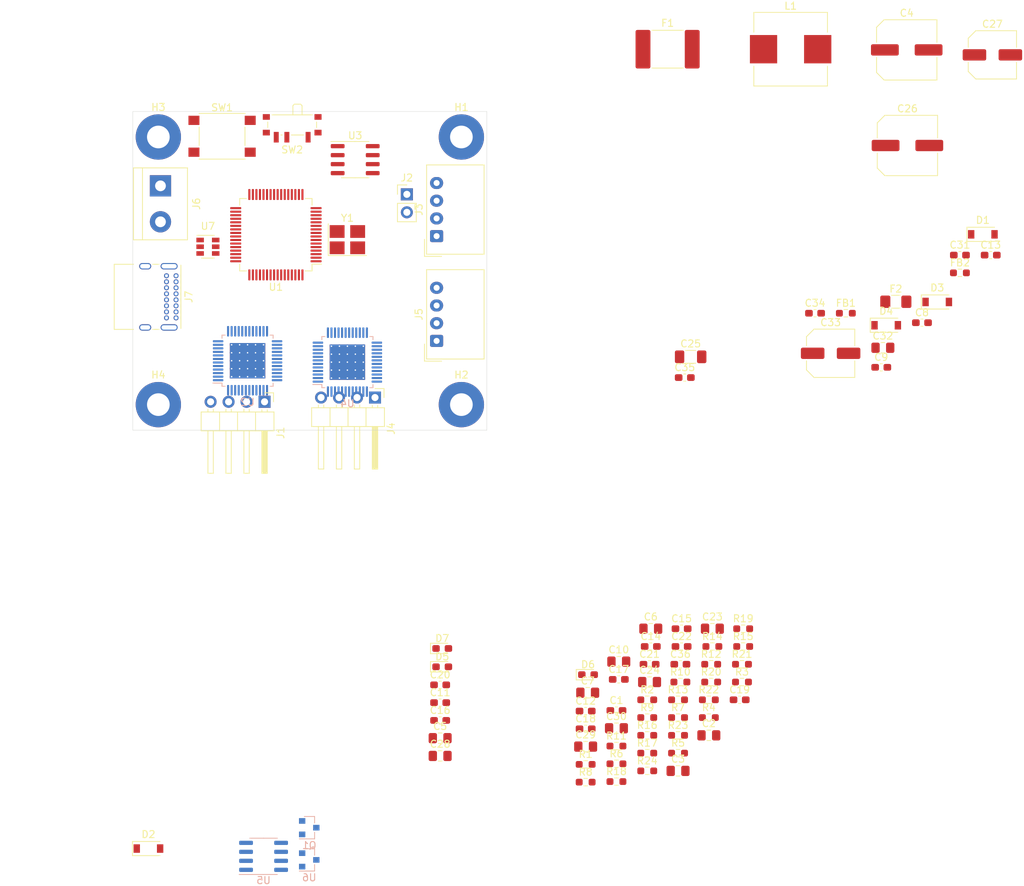
<source format=kicad_pcb>
(kicad_pcb (version 20171130) (host pcbnew 5.1.8)
  (layers (0 F.Cu signal) (1 In1.Cu power) (2 In2.Cu power) (31 B.Cu signal) (34 B.Paste user) (35 F.Paste user) (36 B.SilkS user) (37 F.SilkS user) (38 B.Mask user) (39 F.Mask user) (44 Edge.Cuts user))
  (net 0 "")
  (net 1 GND)
  (net 2 "Net-(D2-Pad1)")
  (net 3 +3V3)
  (net 4 "Net-(C1-Pad1)")
  (net 5 VCP1)
  (net 6 VS1)
  (net 7 VSA1)
  (net 8 5VOUT1)
  (net 9 5VM1)
  (net 10 NRST)
  (net 11 OSC_IN)
  (net 12 VDDA)
  (net 13 "Net-(C17-Pad1)")
  (net 14 +5V)
  (net 15 VCP2)
  (net 16 VSA2)
  (net 17 5VOUT2)
  (net 18 VBAT)
  (net 19 "Net-(D5-Pad2)")
  (net 20 "Net-(D6-Pad2)")
  (net 21 "Net-(D7-Pad2)")
  (net 22 USB_CONN_D+)
  (net 23 "Net-(F2-Pad2)")
  (net 24 "Net-(J7-PadB5)")
  (net 25 USB_CONN_D-)
  (net 26 "Net-(J7-PadA5)")
  (net 27 "Net-(D1-Pad2)")
  (net 28 ERR1)
  (net 29 "Net-(R3-Pad2)")
  (net 30 BOOT)
  (net 31 "Net-(R5-Pad2)")
  (net 32 OSC_OUT)
  (net 33 "Net-(R7-Pad2)")
  (net 34 "Net-(R10-Pad2)")
  (net 35 "Net-(J3-Pad3)")
  (net 36 "Net-(J3-Pad2)")
  (net 37 ERR2)
  (net 38 5VM2)
  (net 39 "Net-(R16-Pad2)")
  (net 40 "Net-(R17-Pad2)")
  (net 41 USB_D+)
  (net 42 USB_D-)
  (net 43 "Net-(C9-Pad2)")
  (net 44 "Net-(C9-Pad1)")
  (net 45 "Net-(C25-Pad1)")
  (net 46 "Net-(C31-Pad2)")
  (net 47 "Net-(C31-Pad1)")
  (net 48 "Net-(C33-Pad1)")
  (net 49 "Net-(D1-Pad1)")
  (net 50 +5VD)
  (net 51 "Net-(F1-Pad1)")
  (net 52 "Net-(J1-Pad4)")
  (net 53 "Net-(J1-Pad3)")
  (net 54 "Net-(J1-Pad2)")
  (net 55 "Net-(J1-Pad1)")
  (net 56 "Net-(J2-Pad2)")
  (net 57 "Net-(J2-Pad1)")
  (net 58 "Net-(J4-Pad4)")
  (net 59 "Net-(J4-Pad3)")
  (net 60 "Net-(J4-Pad2)")
  (net 61 "Net-(J4-Pad1)")
  (net 62 "Net-(R4-Pad1)")
  (module Crystal:Crystal_SMD_3225-4Pin_3.2x2.5mm_HandSoldering (layer F.Cu) (at 150.3 68.1)
    (fp_text reference Y1 (at 0 -3.05) (layer F.SilkS))
    (fp_text value "25 MHz")
    (pad 4 smd rect (at -1.45 -1.15) (size 2.1 1.8) (layers F.Cu F.Paste F.Mask) (net 1 GND))
    (pad 3 smd rect (at 1.45 -1.15) (size 2.1 1.8) (layers F.Cu F.Paste F.Mask) (net 13 "Net-(C17-Pad1)"))
    (pad 2 smd rect (at 1.45 1.15) (size 2.1 1.8) (layers F.Cu F.Paste F.Mask) (net 1 GND))
    (pad 1 smd rect (at -1.45 1.15) (size 2.1 1.8) (layers F.Cu F.Paste F.Mask) (net 11 OSC_IN))
  )
  (module Button_Switch_SMD:SW_SPDT_PCM12 (layer F.Cu) (at 142.5 52.2 180)
    (fp_text reference SW2 (at 0 -3.2) (layer F.SilkS))
    (fp_text value BOOT_SW)
    (pad "" smd rect (at -3.65 -0.78 180) (size 1 0.8) (layers F.Cu F.Paste F.Mask))
    (pad "" smd rect (at 3.65 -0.78 180) (size 1 0.8) (layers F.Cu F.Paste F.Mask))
    (pad "" smd rect (at 3.65 1.43 180) (size 1 0.8) (layers F.Cu F.Paste F.Mask))
    (pad "" smd rect (at -3.65 1.43 180) (size 1 0.8) (layers F.Cu F.Paste F.Mask))
    (pad 3 smd rect (at 2.25 -1.43 180) (size 0.7 1.5) (layers F.Cu F.Paste F.Mask) (net 1 GND))
    (pad 2 smd rect (at 0.75 -1.43 180) (size 0.7 1.5) (layers F.Cu F.Paste F.Mask) (net 62 "Net-(R4-Pad1)"))
    (pad 1 smd rect (at -2.25 -1.43 180) (size 0.7 1.5) (layers F.Cu F.Paste F.Mask) (net 3 +3V3))
    (pad "" np_thru_hole circle (at 1.5 0.33 180) (size 0.9 0.9) (drill 0.9) (layers *.Cu *.Mask))
    (pad "" np_thru_hole circle (at -1.5 0.33 180) (size 0.9 0.9) (drill 0.9) (layers *.Cu *.Mask))
  )
  (module Button_Switch_SMD:SW_Push_1P1T_NO_6x6mm_H9.5mm (layer F.Cu) (at 132.6 53.5)
    (fp_text reference SW1 (at 0 -4.05) (layer F.SilkS))
    (fp_text value RST_SW)
    (pad 2 smd rect (at 3.975 2.25) (size 1.55 1.3) (layers F.Cu F.Paste F.Mask) (net 1 GND))
    (pad 1 smd rect (at 3.975 -2.25) (size 1.55 1.3) (layers F.Cu F.Paste F.Mask) (net 10 NRST))
    (pad 1 smd rect (at -3.975 -2.25) (size 1.55 1.3) (layers F.Cu F.Paste F.Mask) (net 10 NRST))
    (pad 2 smd rect (at -3.975 2.25) (size 1.55 1.3) (layers F.Cu F.Paste F.Mask) (net 1 GND))
  )
  (module Inductor_SMD:L_Wuerth_HCI-1050 (layer F.Cu) (at 212.9 41.2)
    (fp_text reference L1 (at 0 -6.1) (layer F.SilkS))
    (fp_text value 100uH)
    (pad 2 smd rect (at 3.825 0) (size 3.85 4) (layers F.Cu F.Paste F.Mask) (net 48 "Net-(C33-Pad1)"))
    (pad 1 smd rect (at -3.825 0) (size 3.85 4) (layers F.Cu F.Paste F.Mask) (net 2 "Net-(D2-Pad1)"))
  )
  (module Connector_PinHeader_2.54mm:PinHeader_1x04_P2.54mm_Horizontal (layer F.Cu) (at 154.2 90.4 270)
    (fp_text reference J4 (at 4.385 -2.27 90) (layer F.SilkS))
    (fp_text value Motor2)
    (pad 4 thru_hole oval (at 0 7.62 270) (size 1.7 1.7) (drill 1) (layers *.Cu *.Mask) (net 58 "Net-(J4-Pad4)"))
    (pad 3 thru_hole oval (at 0 5.08 270) (size 1.7 1.7) (drill 1) (layers *.Cu *.Mask) (net 59 "Net-(J4-Pad3)"))
    (pad 2 thru_hole oval (at 0 2.54 270) (size 1.7 1.7) (drill 1) (layers *.Cu *.Mask) (net 60 "Net-(J4-Pad2)"))
    (pad 1 thru_hole rect (at 0 0 270) (size 1.7 1.7) (drill 1) (layers *.Cu *.Mask) (net 61 "Net-(J4-Pad1)"))
  )
  (module Connector_PinHeader_2.54mm:PinHeader_1x02_P2.54mm_Vertical (layer F.Cu) (at 158.7 61.7)
    (fp_text reference J2 (at 0 -2.33) (layer F.SilkS))
    (fp_text value Termination)
    (pad 2 thru_hole oval (at 0 2.54) (size 1.7 1.7) (drill 1) (layers *.Cu *.Mask) (net 56 "Net-(J2-Pad2)"))
    (pad 1 thru_hole rect (at 0 0) (size 1.7 1.7) (drill 1) (layers *.Cu *.Mask) (net 57 "Net-(J2-Pad1)"))
  )
  (module Connector_PinHeader_2.54mm:PinHeader_1x04_P2.54mm_Horizontal (layer F.Cu) (at 138.6 91 270)
    (fp_text reference J1 (at 4.385 -2.27 90) (layer F.SilkS))
    (fp_text value Motor1)
    (pad 4 thru_hole oval (at 0 7.62 270) (size 1.7 1.7) (drill 1) (layers *.Cu *.Mask) (net 52 "Net-(J1-Pad4)"))
    (pad 3 thru_hole oval (at 0 5.08 270) (size 1.7 1.7) (drill 1) (layers *.Cu *.Mask) (net 53 "Net-(J1-Pad3)"))
    (pad 2 thru_hole oval (at 0 2.54 270) (size 1.7 1.7) (drill 1) (layers *.Cu *.Mask) (net 54 "Net-(J1-Pad2)"))
    (pad 1 thru_hole rect (at 0 0 270) (size 1.7 1.7) (drill 1) (layers *.Cu *.Mask) (net 55 "Net-(J1-Pad1)"))
  )
  (module Resistor_SMD:R_0603_1608Metric_Pad0.98x0.95mm_HandSolder (layer F.Cu) (at 236.81 72.79)
    (fp_text reference FB2 (at 0 -1.43) (layer F.SilkS))
    (fp_text value "1k @ 100 MHz")
    (pad 2 smd roundrect (at 0.9125 0) (size 0.975 0.95) (layers F.Cu F.Paste F.Mask) (net 51 "Net-(F1-Pad1)"))
    (pad 1 smd roundrect (at -0.9125 0) (size 0.975 0.95) (layers F.Cu F.Paste F.Mask) (net 45 "Net-(C25-Pad1)"))
  )
  (module Resistor_SMD:R_0603_1608Metric_Pad0.98x0.95mm_HandSolder (layer F.Cu) (at 220.7 78.49)
    (fp_text reference FB1 (at 0 -1.43) (layer F.SilkS))
    (fp_text value "1k @ 100 MHz")
    (pad 2 smd roundrect (at 0.9125 0) (size 0.975 0.95) (layers F.Cu F.Paste F.Mask) (net 3 +3V3))
    (pad 1 smd roundrect (at -0.9125 0) (size 0.975 0.95) (layers F.Cu F.Paste F.Mask) (net 12 VDDA))
  )
  (module Fuse:Fuse_1206_3216Metric_Pad1.42x1.75mm_HandSolder (layer F.Cu) (at 227.76 76.87)
    (fp_text reference F2 (at 0 -1.82) (layer F.SilkS))
    (fp_text value 500mA)
    (pad 2 smd roundrect (at 1.4875 0) (size 1.425 1.75) (layers F.Cu F.Paste F.Mask) (roundrect_rratio 0.175439) (net 23 "Net-(F2-Pad2)"))
    (pad 1 smd roundrect (at -1.4875 0) (size 1.425 1.75) (layers F.Cu F.Paste F.Mask) (roundrect_rratio 0.175439) (net 50 +5VD))
  )
  (module Fuse:Fuse_2920_7451Metric_Pad2.10x5.45mm_HandSolder (layer F.Cu) (at 195.525 41.2)
    (fp_text reference F1 (at 0 -3.68) (layer F.SilkS))
    (fp_text value 500mA)
    (pad 2 smd roundrect (at 3.475 0) (size 2.1 5.45) (layers F.Cu F.Paste F.Mask) (roundrect_rratio 0.119048) (net 49 "Net-(D1-Pad1)"))
    (pad 1 smd roundrect (at -3.475 0) (size 2.1 5.45) (layers F.Cu F.Paste F.Mask) (roundrect_rratio 0.119048) (net 51 "Net-(F1-Pad1)"))
  )
  (module Diode_SMD:D_SOD-123 (layer F.Cu) (at 226.4 80.19)
    (fp_text reference D4 (at 0 -2) (layer F.SilkS))
    (fp_text value D_Small)
    (pad 2 smd rect (at 1.65 0) (size 0.9 1.2) (layers F.Cu F.Paste F.Mask) (net 50 +5VD))
    (pad 1 smd rect (at -1.65 0) (size 0.9 1.2) (layers F.Cu F.Paste F.Mask) (net 14 +5V))
  )
  (module Diode_SMD:D_SOD-123 (layer F.Cu) (at 233.61 76.9)
    (fp_text reference D3 (at 0 -2) (layer F.SilkS))
    (fp_text value D_Small)
    (pad 2 smd rect (at 1.65 0) (size 0.9 1.2) (layers F.Cu F.Paste F.Mask) (net 48 "Net-(C33-Pad1)"))
    (pad 1 smd rect (at -1.65 0) (size 0.9 1.2) (layers F.Cu F.Paste F.Mask) (net 14 +5V))
  )
  (module Diode_SMD:D_SOD-123 (layer F.Cu) (at 122.2 154.1)
    (fp_text reference D2 (at 0 -2) (layer F.SilkS))
    (fp_text value B0520LW)
    (pad 2 smd rect (at 1.65 0) (size 0.9 1.2) (layers F.Cu F.Paste F.Mask) (net 1 GND))
    (pad 1 smd rect (at -1.65 0) (size 0.9 1.2) (layers F.Cu F.Paste F.Mask) (net 2 "Net-(D2-Pad1)"))
  )
  (module Diode_SMD:D_SOD-123 (layer F.Cu) (at 240.05 67.35)
    (fp_text reference D1 (at 0 -2) (layer F.SilkS))
    (fp_text value 4V7)
    (pad 2 smd rect (at 1.65 0) (size 0.9 1.2) (layers F.Cu F.Paste F.Mask) (net 27 "Net-(D1-Pad2)"))
    (pad 1 smd rect (at -1.65 0) (size 0.9 1.2) (layers F.Cu F.Paste F.Mask) (net 49 "Net-(D1-Pad1)"))
  )
  (module Capacitor_SMD:C_0603_1608Metric_Pad1.08x0.95mm_HandSolder (layer F.Cu) (at 197.95 87.58)
    (fp_text reference C35 (at 0 -1.43) (layer F.SilkS))
    (fp_text value 1u)
    (pad 2 smd roundrect (at 0.8625 0) (size 1.075 0.95) (layers F.Cu F.Paste F.Mask) (net 1 GND))
    (pad 1 smd roundrect (at -0.8625 0) (size 1.075 0.95) (layers F.Cu F.Paste F.Mask) (net 3 +3V3))
  )
  (module Capacitor_SMD:C_0603_1608Metric_Pad1.08x0.95mm_HandSolder (layer F.Cu) (at 216.35 78.49)
    (fp_text reference C34 (at 0 -1.43) (layer F.SilkS))
    (fp_text value 1u)
    (pad 2 smd roundrect (at 0.8625 0) (size 1.075 0.95) (layers F.Cu F.Paste F.Mask) (net 1 GND))
    (pad 1 smd roundrect (at -0.8625 0) (size 1.075 0.95) (layers F.Cu F.Paste F.Mask) (net 14 +5V))
  )
  (module Capacitor_SMD:C_Elec_6.3x5.8 (layer F.Cu) (at 218.55 84.15)
    (fp_text reference C33 (at 0 -4.35) (layer F.SilkS))
    (fp_text value 100u)
    (pad 2 smd roundrect (at 2.5375 0) (size 3.325 1.6) (layers F.Cu F.Paste F.Mask) (roundrect_rratio 0.15625) (net 1 GND))
    (pad 1 smd roundrect (at -2.5375 0) (size 3.325 1.6) (layers F.Cu F.Paste F.Mask) (roundrect_rratio 0.15625) (net 48 "Net-(C33-Pad1)"))
  )
  (module Capacitor_SMD:C_0805_2012Metric_Pad1.18x1.45mm_HandSolder (layer F.Cu) (at 225.93 83.37)
    (fp_text reference C32 (at 0 -1.68) (layer F.SilkS))
    (fp_text value 470n)
    (pad 2 smd roundrect (at 1.0375 0) (size 1.175 1.45) (layers F.Cu F.Paste F.Mask) (roundrect_rratio 0.212766) (net 1 GND))
    (pad 1 smd roundrect (at -1.0375 0) (size 1.175 1.45) (layers F.Cu F.Paste F.Mask) (roundrect_rratio 0.212766) (net 38 5VM2))
  )
  (module Capacitor_SMD:C_0603_1608Metric_Pad1.08x0.95mm_HandSolder (layer F.Cu) (at 236.81 70.28)
    (fp_text reference C31 (at 0 -1.43) (layer F.SilkS))
    (fp_text value 22n@50V)
    (pad 2 smd roundrect (at 0.8625 0) (size 1.075 0.95) (layers F.Cu F.Paste F.Mask) (net 46 "Net-(C31-Pad2)"))
    (pad 1 smd roundrect (at -0.8625 0) (size 1.075 0.95) (layers F.Cu F.Paste F.Mask) (net 47 "Net-(C31-Pad1)"))
  )
  (module Capacitor_SMD:C_0805_2012Metric_Pad1.18x1.45mm_HandSolder (layer F.Cu) (at 188.3 137.11)
    (fp_text reference C30 (at 0 -1.68) (layer F.SilkS))
    (fp_text value 470n)
    (pad 2 smd roundrect (at 1.0375 0) (size 1.175 1.45) (layers F.Cu F.Paste F.Mask) (roundrect_rratio 0.212766) (net 1 GND))
    (pad 1 smd roundrect (at -1.0375 0) (size 1.175 1.45) (layers F.Cu F.Paste F.Mask) (roundrect_rratio 0.212766) (net 17 5VOUT2))
  )
  (module Capacitor_SMD:C_0805_2012Metric_Pad1.18x1.45mm_HandSolder (layer F.Cu) (at 183.95 139.7)
    (fp_text reference C29 (at 0 -1.68) (layer F.SilkS))
    (fp_text value 100n)
    (pad 2 smd roundrect (at 1.0375 0) (size 1.175 1.45) (layers F.Cu F.Paste F.Mask) (roundrect_rratio 0.212766) (net 1 GND))
    (pad 1 smd roundrect (at -1.0375 0) (size 1.175 1.45) (layers F.Cu F.Paste F.Mask) (roundrect_rratio 0.212766) (net 6 VS1))
  )
  (module Capacitor_SMD:C_0805_2012Metric_Pad1.18x1.45mm_HandSolder (layer F.Cu) (at 163.4 141.02)
    (fp_text reference C28 (at 0 -1.68) (layer F.SilkS))
    (fp_text value 100n)
    (pad 2 smd roundrect (at 1.0375 0) (size 1.175 1.45) (layers F.Cu F.Paste F.Mask) (roundrect_rratio 0.212766) (net 1 GND))
    (pad 1 smd roundrect (at -1.0375 0) (size 1.175 1.45) (layers F.Cu F.Paste F.Mask) (roundrect_rratio 0.212766) (net 6 VS1))
  )
  (module Capacitor_SMD:C_Elec_6.3x7.7 (layer F.Cu) (at 241.4 42)
    (fp_text reference C27 (at 0 -4.35) (layer F.SilkS))
    (fp_text value 68u)
    (pad 2 smd roundrect (at 2.5375 0) (size 3.325 1.6) (layers F.Cu F.Paste F.Mask) (roundrect_rratio 0.15625) (net 1 GND))
    (pad 1 smd roundrect (at -2.5375 0) (size 3.325 1.6) (layers F.Cu F.Paste F.Mask) (roundrect_rratio 0.15625) (net 45 "Net-(C25-Pad1)"))
  )
  (module Capacitor_SMD:C_Elec_8x6.2 (layer F.Cu) (at 229.4 54.8)
    (fp_text reference C26 (at 0 -5.2) (layer F.SilkS))
    (fp_text value 47u)
    (pad 2 smd roundrect (at 3.0875 0) (size 3.925 1.6) (layers F.Cu F.Paste F.Mask) (roundrect_rratio 0.15625) (net 1 GND))
    (pad 1 smd roundrect (at -3.0875 0) (size 3.925 1.6) (layers F.Cu F.Paste F.Mask) (roundrect_rratio 0.15625) (net 6 VS1))
  )
  (module Capacitor_SMD:C_1206_3216Metric_Pad1.33x1.80mm_HandSolder (layer F.Cu) (at 198.78 84.65)
    (fp_text reference C25 (at 0 -1.85) (layer F.SilkS))
    (fp_text value 1u)
    (pad 2 smd roundrect (at 1.5625 0) (size 1.325 1.8) (layers F.Cu F.Paste F.Mask) (roundrect_rratio 0.188679) (net 1 GND))
    (pad 1 smd roundrect (at -1.5625 0) (size 1.325 1.8) (layers F.Cu F.Paste F.Mask) (roundrect_rratio 0.188679) (net 45 "Net-(C25-Pad1)"))
  )
  (module Capacitor_SMD:C_0805_2012Metric_Pad1.18x1.45mm_HandSolder (layer F.Cu) (at 192.98 130.58)
    (fp_text reference C24 (at 0 -1.68) (layer F.SilkS))
    (fp_text value 100n)
    (pad 2 smd roundrect (at 1.0375 0) (size 1.175 1.45) (layers F.Cu F.Paste F.Mask) (roundrect_rratio 0.212766) (net 16 VSA2))
    (pad 1 smd roundrect (at -1.0375 0) (size 1.175 1.45) (layers F.Cu F.Paste F.Mask) (roundrect_rratio 0.212766) (net 6 VS1))
  )
  (module Capacitor_SMD:C_0805_2012Metric_Pad1.18x1.45mm_HandSolder (layer F.Cu) (at 201.85 123.05)
    (fp_text reference C23 (at 0 -1.68) (layer F.SilkS))
    (fp_text value 100n)
    (pad 2 smd roundrect (at 1.0375 0) (size 1.175 1.45) (layers F.Cu F.Paste F.Mask) (roundrect_rratio 0.212766) (net 15 VCP2))
    (pad 1 smd roundrect (at -1.0375 0) (size 1.175 1.45) (layers F.Cu F.Paste F.Mask) (roundrect_rratio 0.212766) (net 6 VS1))
  )
  (module Capacitor_SMD:C_0603_1608Metric_Pad1.08x0.95mm_HandSolder (layer F.Cu) (at 241.16 70.28)
    (fp_text reference C13 (at 0 -1.43) (layer F.SilkS))
    (fp_text value 1u)
    (pad 2 smd roundrect (at 0.8625 0) (size 1.075 0.95) (layers F.Cu F.Paste F.Mask) (net 1 GND))
    (pad 1 smd roundrect (at -0.8625 0) (size 1.075 0.95) (layers F.Cu F.Paste F.Mask) (net 12 VDDA))
  )
  (module Capacitor_SMD:C_0805_2012Metric_Pad1.18x1.45mm_HandSolder (layer F.Cu) (at 188.63 127.7)
    (fp_text reference C10 (at 0 -1.68) (layer F.SilkS))
    (fp_text value 470n)
    (pad 2 smd roundrect (at 1.0375 0) (size 1.175 1.45) (layers F.Cu F.Paste F.Mask) (roundrect_rratio 0.212766) (net 1 GND))
    (pad 1 smd roundrect (at -1.0375 0) (size 1.175 1.45) (layers F.Cu F.Paste F.Mask) (roundrect_rratio 0.212766) (net 9 5VM1))
  )
  (module Capacitor_SMD:C_0603_1608Metric_Pad1.08x0.95mm_HandSolder (layer F.Cu) (at 225.7 86.13)
    (fp_text reference C9 (at 0 -1.43) (layer F.SilkS))
    (fp_text value 22n@50V)
    (pad 2 smd roundrect (at 0.8625 0) (size 1.075 0.95) (layers F.Cu F.Paste F.Mask) (net 43 "Net-(C9-Pad2)"))
    (pad 1 smd roundrect (at -0.8625 0) (size 1.075 0.95) (layers F.Cu F.Paste F.Mask) (net 44 "Net-(C9-Pad1)"))
  )
  (module Capacitor_SMD:C_0603_1608Metric_Pad1.08x0.95mm_HandSolder (layer F.Cu) (at 231.45 79.83)
    (fp_text reference C8 (at 0 -1.43) (layer F.SilkS))
    (fp_text value 4u7)
    (pad 2 smd roundrect (at 0.8625 0) (size 1.075 0.95) (layers F.Cu F.Paste F.Mask) (net 1 GND))
    (pad 1 smd roundrect (at -0.8625 0) (size 1.075 0.95) (layers F.Cu F.Paste F.Mask) (net 3 +3V3))
  )
  (module Capacitor_SMD:C_0805_2012Metric_Pad1.18x1.45mm_HandSolder (layer F.Cu) (at 184.24 132.09)
    (fp_text reference C7 (at 0 -1.68) (layer F.SilkS))
    (fp_text value 470n)
    (pad 2 smd roundrect (at 1.0375 0) (size 1.175 1.45) (layers F.Cu F.Paste F.Mask) (roundrect_rratio 0.212766) (net 1 GND))
    (pad 1 smd roundrect (at -1.0375 0) (size 1.175 1.45) (layers F.Cu F.Paste F.Mask) (roundrect_rratio 0.212766) (net 8 5VOUT1))
  )
  (module Capacitor_SMD:C_0805_2012Metric_Pad1.18x1.45mm_HandSolder (layer F.Cu) (at 193.15 123.05)
    (fp_text reference C6 (at 0 -1.68) (layer F.SilkS))
    (fp_text value 100n)
    (pad 2 smd roundrect (at 1.0375 0) (size 1.175 1.45) (layers F.Cu F.Paste F.Mask) (roundrect_rratio 0.212766) (net 1 GND))
    (pad 1 smd roundrect (at -1.0375 0) (size 1.175 1.45) (layers F.Cu F.Paste F.Mask) (roundrect_rratio 0.212766) (net 6 VS1))
  )
  (module Capacitor_SMD:C_0805_2012Metric_Pad1.18x1.45mm_HandSolder (layer F.Cu) (at 163.4 138.51)
    (fp_text reference C5 (at 0 -1.68) (layer F.SilkS))
    (fp_text value 100n)
    (pad 2 smd roundrect (at 1.0375 0) (size 1.175 1.45) (layers F.Cu F.Paste F.Mask) (roundrect_rratio 0.212766) (net 1 GND))
    (pad 1 smd roundrect (at -1.0375 0) (size 1.175 1.45) (layers F.Cu F.Paste F.Mask) (roundrect_rratio 0.212766) (net 6 VS1))
  )
  (module Capacitor_SMD:C_Elec_8x6.2 (layer F.Cu) (at 229.3 41.3)
    (fp_text reference C4 (at 0 -5.2) (layer F.SilkS))
    (fp_text value 47u)
    (pad 2 smd roundrect (at 3.0875 0) (size 3.925 1.6) (layers F.Cu F.Paste F.Mask) (roundrect_rratio 0.15625) (net 1 GND))
    (pad 1 smd roundrect (at -3.0875 0) (size 3.925 1.6) (layers F.Cu F.Paste F.Mask) (roundrect_rratio 0.15625) (net 6 VS1))
  )
  (module Capacitor_SMD:C_0805_2012Metric_Pad1.18x1.45mm_HandSolder (layer F.Cu) (at 197 143.13)
    (fp_text reference C3 (at 0 -1.68) (layer F.SilkS))
    (fp_text value 100n)
    (pad 2 smd roundrect (at 1.0375 0) (size 1.175 1.45) (layers F.Cu F.Paste F.Mask) (roundrect_rratio 0.212766) (net 7 VSA1))
    (pad 1 smd roundrect (at -1.0375 0) (size 1.175 1.45) (layers F.Cu F.Paste F.Mask) (roundrect_rratio 0.212766) (net 6 VS1))
  )
  (module Capacitor_SMD:C_0805_2012Metric_Pad1.18x1.45mm_HandSolder (layer F.Cu) (at 201.35 138.11)
    (fp_text reference C2 (at 0 -1.68) (layer F.SilkS))
    (fp_text value 100n)
    (pad 2 smd roundrect (at 1.0375 0) (size 1.175 1.45) (layers F.Cu F.Paste F.Mask) (roundrect_rratio 0.212766) (net 5 VCP1))
    (pad 1 smd roundrect (at -1.0375 0) (size 1.175 1.45) (layers F.Cu F.Paste F.Mask) (roundrect_rratio 0.212766) (net 6 VS1))
  )
  (module MountingHole:MountingHole_3.2mm_M3_Pad (layer F.Cu) (at 123.6 91.4)
    (fp_text reference H4 (at 0 -4.2) (layer F.SilkS))
    (fp_text value MountingHole_Pad)
    (pad 1 thru_hole circle (at 0 0) (size 6.4 6.4) (drill 3.2) (layers *.Cu *.Mask) (net 1 GND))
  )
  (module MountingHole:MountingHole_3.2mm_M3_Pad (layer F.Cu) (at 123.6 53.6)
    (fp_text reference H3 (at 0 -4.2) (layer F.SilkS))
    (fp_text value MountingHole_Pad)
    (pad 1 thru_hole circle (at 0 0) (size 6.4 6.4) (drill 3.2) (layers *.Cu *.Mask) (net 1 GND))
  )
  (module MountingHole:MountingHole_3.2mm_M3_Pad (layer F.Cu) (at 166.4 91.4)
    (fp_text reference H2 (at 0 -4.2) (layer F.SilkS))
    (fp_text value MountingHole_Pad)
    (pad 1 thru_hole circle (at 0 0) (size 6.4 6.4) (drill 3.2) (layers *.Cu *.Mask) (net 1 GND))
  )
  (module MountingHole:MountingHole_3.2mm_M3_Pad (layer F.Cu) (at 166.4 53.6)
    (fp_text reference H1 (at 0 -4.2) (layer F.SilkS))
    (fp_text value MountingHole_Pad)
    (pad 1 thru_hole circle (at 0 0) (size 6.4 6.4) (drill 3.2) (layers *.Cu *.Mask) (net 1 GND))
  )
  (module TerminalBlock:TerminalBlock_bornier-2_P5.08mm (layer F.Cu) (at 123.9 60.5 270)
    (fp_text reference J6 (at 2.54 -5.08 90) (layer F.SilkS))
    (fp_text value Power)
    (pad 2 thru_hole circle (at 5.08 0 270) (size 3 3) (drill 1.52) (layers *.Cu *.Mask) (net 6 VS1))
    (pad 1 thru_hole rect (at 0 0 270) (size 3 3) (drill 1.52) (layers *.Cu *.Mask) (net 1 GND))
  )
  (module Connector_Molex:Molex_SPOX_5268-04A_1x04_P2.50mm_Horizontal (layer F.Cu) (at 162.9 82.4 90)
    (fp_text reference J5 (at 3.75 -2.5 90) (layer F.SilkS))
    (fp_text value I2C)
    (pad 4 thru_hole oval (at 7.5 0 90) (size 1.7 1.85) (drill 0.85) (layers *.Cu *.Mask) (net 14 +5V))
    (pad 3 thru_hole oval (at 5 0 90) (size 1.7 1.85) (drill 0.85) (layers *.Cu *.Mask))
    (pad 2 thru_hole oval (at 2.5 0 90) (size 1.7 1.85) (drill 0.85) (layers *.Cu *.Mask))
    (pad 1 thru_hole roundrect (at 0 0 90) (size 1.7 1.85) (drill 0.85) (layers *.Cu *.Mask) (roundrect_rratio 0.147059) (net 1 GND))
  )
  (module Connector_Molex:Molex_SPOX_5268-04A_1x04_P2.50mm_Horizontal (layer F.Cu) (at 162.9 67.6 90)
    (fp_text reference J3 (at 3.75 -2.5 90) (layer F.SilkS))
    (fp_text value "CAN bus")
    (pad 4 thru_hole oval (at 7.5 0 90) (size 1.7 1.85) (drill 0.85) (layers *.Cu *.Mask) (net 14 +5V))
    (pad 3 thru_hole oval (at 5 0 90) (size 1.7 1.85) (drill 0.85) (layers *.Cu *.Mask) (net 35 "Net-(J3-Pad3)"))
    (pad 2 thru_hole oval (at 2.5 0 90) (size 1.7 1.85) (drill 0.85) (layers *.Cu *.Mask) (net 36 "Net-(J3-Pad2)"))
    (pad 1 thru_hole roundrect (at 0 0 90) (size 1.7 1.85) (drill 0.85) (layers *.Cu *.Mask) (roundrect_rratio 0.147059) (net 1 GND))
  )
  (module Package_TO_SOT_SMD:SOT-23-6 (layer F.Cu) (at 130.6 69.1)
    (fp_text reference U7 (at 0 -2.9) (layer F.SilkS))
    (fp_text value USBLC6-2SC6)
    (pad 5 smd rect (at 1.1 0) (size 1.06 0.65) (layers F.Cu F.Paste F.Mask) (net 50 +5VD))
    (pad 6 smd rect (at 1.1 -0.95) (size 1.06 0.65) (layers F.Cu F.Paste F.Mask) (net 42 USB_D-))
    (pad 4 smd rect (at 1.1 0.95) (size 1.06 0.65) (layers F.Cu F.Paste F.Mask) (net 41 USB_D+))
    (pad 3 smd rect (at -1.1 0.95) (size 1.06 0.65) (layers F.Cu F.Paste F.Mask) (net 22 USB_CONN_D+))
    (pad 2 smd rect (at -1.1 0) (size 1.06 0.65) (layers F.Cu F.Paste F.Mask) (net 1 GND))
    (pad 1 smd rect (at -1.1 -0.95) (size 1.06 0.65) (layers F.Cu F.Paste F.Mask) (net 25 USB_CONN_D-))
  )
  (module Package_QFP:TQFP-48-1EP_7x7mm_P0.5mm_EP5x5mm_ThermalVias (layer B.Cu) (at 150.3 85.4)
    (fp_text reference U4 (at 0 5.85) (layer B.SilkS) (effects (justify mirror)))
    (fp_text value TMC2100-TA)
    (pad 49 smd rect (at 0 0) (size 5 5) (layers F.Cu) (net 1 GND))
    (pad 49 thru_hole circle (at 2.25 -2.25) (size 0.5 0.5) (drill 0.2) (layers *.Cu) (net 1 GND))
    (pad 49 thru_hole circle (at 1.125 -2.25) (size 0.5 0.5) (drill 0.2) (layers *.Cu) (net 1 GND))
    (pad 49 thru_hole circle (at 0 -2.25) (size 0.5 0.5) (drill 0.2) (layers *.Cu) (net 1 GND))
    (pad 49 thru_hole circle (at -1.125 -2.25) (size 0.5 0.5) (drill 0.2) (layers *.Cu) (net 1 GND))
    (pad 49 thru_hole circle (at -2.25 -2.25) (size 0.5 0.5) (drill 0.2) (layers *.Cu) (net 1 GND))
    (pad 49 thru_hole circle (at 2.25 -1.125) (size 0.5 0.5) (drill 0.2) (layers *.Cu) (net 1 GND))
    (pad 49 thru_hole circle (at 1.125 -1.125) (size 0.5 0.5) (drill 0.2) (layers *.Cu) (net 1 GND))
    (pad 49 thru_hole circle (at 0 -1.125) (size 0.5 0.5) (drill 0.2) (layers *.Cu) (net 1 GND))
    (pad 49 thru_hole circle (at -1.125 -1.125) (size 0.5 0.5) (drill 0.2) (layers *.Cu) (net 1 GND))
    (pad 49 thru_hole circle (at -2.25 -1.125) (size 0.5 0.5) (drill 0.2) (layers *.Cu) (net 1 GND))
    (pad 49 thru_hole circle (at 2.25 0) (size 0.5 0.5) (drill 0.2) (layers *.Cu) (net 1 GND))
    (pad 49 thru_hole circle (at 1.125 0) (size 0.5 0.5) (drill 0.2) (layers *.Cu) (net 1 GND))
    (pad 49 thru_hole circle (at 0 0) (size 0.5 0.5) (drill 0.2) (layers *.Cu) (net 1 GND))
    (pad 49 thru_hole circle (at -1.125 0) (size 0.5 0.5) (drill 0.2) (layers *.Cu) (net 1 GND))
    (pad 49 thru_hole circle (at -2.25 0) (size 0.5 0.5) (drill 0.2) (layers *.Cu) (net 1 GND))
    (pad 49 thru_hole circle (at 2.25 1.125) (size 0.5 0.5) (drill 0.2) (layers *.Cu) (net 1 GND))
    (pad 49 thru_hole circle (at 1.125 1.125) (size 0.5 0.5) (drill 0.2) (layers *.Cu) (net 1 GND))
    (pad 49 thru_hole circle (at 0 1.125) (size 0.5 0.5) (drill 0.2) (layers *.Cu) (net 1 GND))
    (pad 49 thru_hole circle (at -1.125 1.125) (size 0.5 0.5) (drill 0.2) (layers *.Cu) (net 1 GND))
    (pad 49 thru_hole circle (at -2.25 1.125) (size 0.5 0.5) (drill 0.2) (layers *.Cu) (net 1 GND))
    (pad 49 thru_hole circle (at 2.25 2.25) (size 0.5 0.5) (drill 0.2) (layers *.Cu) (net 1 GND))
    (pad 49 thru_hole circle (at 1.125 2.25) (size 0.5 0.5) (drill 0.2) (layers *.Cu) (net 1 GND))
    (pad 49 thru_hole circle (at 0 2.25) (size 0.5 0.5) (drill 0.2) (layers *.Cu) (net 1 GND))
    (pad 49 thru_hole circle (at -1.125 2.25) (size 0.5 0.5) (drill 0.2) (layers *.Cu) (net 1 GND))
    (pad 49 thru_hole circle (at -2.25 2.25) (size 0.5 0.5) (drill 0.2) (layers *.Cu) (net 1 GND))
    (pad 49 smd rect (at 0 0) (size 5 5) (layers B.Cu B.Mask) (net 1 GND))
    (pad 48 smd roundrect (at -2.75 4.1625) (size 0.3 1.475) (layers B.Cu B.Paste B.Mask) (net 1 GND))
    (pad 47 smd roundrect (at -2.25 4.1625) (size 0.3 1.475) (layers B.Cu B.Paste B.Mask))
    (pad 46 smd roundrect (at -1.75 4.1625) (size 0.3 1.475) (layers B.Cu B.Paste B.Mask) (net 58 "Net-(J4-Pad4)"))
    (pad 45 smd roundrect (at -1.25 4.1625) (size 0.3 1.475) (layers B.Cu B.Paste B.Mask))
    (pad 44 smd roundrect (at -0.75 4.1625) (size 0.3 1.475) (layers B.Cu B.Paste B.Mask) (net 40 "Net-(R17-Pad2)"))
    (pad 43 smd roundrect (at -0.25 4.1625) (size 0.3 1.475) (layers B.Cu B.Paste B.Mask))
    (pad 42 smd roundrect (at 0.25 4.1625) (size 0.3 1.475) (layers B.Cu B.Paste B.Mask) (net 59 "Net-(J4-Pad3)"))
    (pad 41 smd roundrect (at 0.75 4.1625) (size 0.3 1.475) (layers B.Cu B.Paste B.Mask))
    (pad 40 smd roundrect (at 1.25 4.1625) (size 0.3 1.475) (layers B.Cu B.Paste B.Mask) (net 6 VS1))
    (pad 39 smd roundrect (at 1.75 4.1625) (size 0.3 1.475) (layers B.Cu B.Paste B.Mask) (net 16 VSA2))
    (pad 38 smd roundrect (at 2.25 4.1625) (size 0.3 1.475) (layers B.Cu B.Paste B.Mask) (net 15 VCP2))
    (pad 37 smd roundrect (at 2.75 4.1625) (size 0.3 1.475) (layers B.Cu B.Paste B.Mask) (net 47 "Net-(C31-Pad1)"))
    (pad 36 smd roundrect (at 4.1625 2.75) (size 1.475 0.3) (layers B.Cu B.Paste B.Mask) (net 1 GND))
    (pad 35 smd roundrect (at 4.1625 2.25) (size 1.475 0.3) (layers B.Cu B.Paste B.Mask) (net 46 "Net-(C31-Pad2)"))
    (pad 34 smd roundrect (at 4.1625 1.75) (size 1.475 0.3) (layers B.Cu B.Paste B.Mask) (net 38 5VM2))
    (pad 33 smd roundrect (at 4.1625 1.25) (size 1.475 0.3) (layers B.Cu B.Paste B.Mask) (net 17 5VOUT2))
    (pad 32 smd roundrect (at 4.1625 0.75) (size 1.475 0.3) (layers B.Cu B.Paste B.Mask) (net 1 GND))
    (pad 31 smd roundrect (at 4.1625 0.25) (size 1.475 0.3) (layers B.Cu B.Paste B.Mask) (net 1 GND))
    (pad 30 smd roundrect (at 4.1625 -0.25) (size 1.475 0.3) (layers B.Cu B.Paste B.Mask))
    (pad 29 smd roundrect (at 4.1625 -0.75) (size 1.475 0.3) (layers B.Cu B.Paste B.Mask))
    (pad 28 smd roundrect (at 4.1625 -1.25) (size 1.475 0.3) (layers B.Cu B.Paste B.Mask))
    (pad 27 smd roundrect (at 4.1625 -1.75) (size 1.475 0.3) (layers B.Cu B.Paste B.Mask))
    (pad 26 smd roundrect (at 4.1625 -2.25) (size 1.475 0.3) (layers B.Cu B.Paste B.Mask) (net 37 ERR2))
    (pad 25 smd roundrect (at 4.1625 -2.75) (size 1.475 0.3) (layers B.Cu B.Paste B.Mask))
    (pad 24 smd roundrect (at 2.75 -4.1625) (size 0.3 1.475) (layers B.Cu B.Paste B.Mask))
    (pad 23 smd roundrect (at 2.25 -4.1625) (size 0.3 1.475) (layers B.Cu B.Paste B.Mask))
    (pad 22 smd roundrect (at 1.75 -4.1625) (size 0.3 1.475) (layers B.Cu B.Paste B.Mask))
    (pad 21 smd roundrect (at 1.25 -4.1625) (size 0.3 1.475) (layers B.Cu B.Paste B.Mask) (net 6 VS1))
    (pad 20 smd roundrect (at 0.75 -4.1625) (size 0.3 1.475) (layers B.Cu B.Paste B.Mask))
    (pad 19 smd roundrect (at 0.25 -4.1625) (size 0.3 1.475) (layers B.Cu B.Paste B.Mask) (net 60 "Net-(J4-Pad2)"))
    (pad 18 smd roundrect (at -0.25 -4.1625) (size 0.3 1.475) (layers B.Cu B.Paste B.Mask))
    (pad 17 smd roundrect (at -0.75 -4.1625) (size 0.3 1.475) (layers B.Cu B.Paste B.Mask) (net 39 "Net-(R16-Pad2)"))
    (pad 16 smd roundrect (at -1.25 -4.1625) (size 0.3 1.475) (layers B.Cu B.Paste B.Mask))
    (pad 15 smd roundrect (at -1.75 -4.1625) (size 0.3 1.475) (layers B.Cu B.Paste B.Mask) (net 61 "Net-(J4-Pad1)"))
    (pad 14 smd roundrect (at -2.25 -4.1625) (size 0.3 1.475) (layers B.Cu B.Paste B.Mask))
    (pad 13 smd roundrect (at -2.75 -4.1625) (size 0.3 1.475) (layers B.Cu B.Paste B.Mask) (net 1 GND))
    (pad 12 smd roundrect (at -4.1625 -2.75) (size 1.475 0.3) (layers B.Cu B.Paste B.Mask) (net 1 GND))
    (pad 11 smd roundrect (at -4.1625 -2.25) (size 1.475 0.3) (layers B.Cu B.Paste B.Mask))
    (pad 10 smd roundrect (at -4.1625 -1.75) (size 1.475 0.3) (layers B.Cu B.Paste B.Mask) (net 3 +3V3))
    (pad 9 smd roundrect (at -4.1625 -1.25) (size 1.475 0.3) (layers B.Cu B.Paste B.Mask))
    (pad 8 smd roundrect (at -4.1625 -0.75) (size 1.475 0.3) (layers B.Cu B.Paste B.Mask))
    (pad 7 smd roundrect (at -4.1625 -0.25) (size 1.475 0.3) (layers B.Cu B.Paste B.Mask))
    (pad 6 smd roundrect (at -4.1625 0.25) (size 1.475 0.3) (layers B.Cu B.Paste B.Mask) (net 1 GND))
    (pad 5 smd roundrect (at -4.1625 0.75) (size 1.475 0.3) (layers B.Cu B.Paste B.Mask))
    (pad 4 smd roundrect (at -4.1625 1.25) (size 1.475 0.3) (layers B.Cu B.Paste B.Mask))
    (pad 3 smd roundrect (at -4.1625 1.75) (size 1.475 0.3) (layers B.Cu B.Paste B.Mask))
    (pad 2 smd roundrect (at -4.1625 2.25) (size 1.475 0.3) (layers B.Cu B.Paste B.Mask) (net 1 GND))
    (pad 1 smd roundrect (at -4.1625 2.75) (size 1.475 0.3) (layers B.Cu B.Paste B.Mask) (net 1 GND))
  )
  (module Package_SO:SOIC-8_3.9x4.9mm_P1.27mm (layer F.Cu) (at 151.4 56.8)
    (fp_text reference U3 (at 0 -3.4) (layer F.SilkS))
    (fp_text value MCP2562-E-SN)
    (pad 8 smd roundrect (at 2.475 -1.905) (size 1.95 0.6) (layers F.Cu F.Paste F.Mask) (net 34 "Net-(R10-Pad2)"))
    (pad 7 smd roundrect (at 2.475 -0.635) (size 1.95 0.6) (layers F.Cu F.Paste F.Mask) (net 35 "Net-(J3-Pad3)"))
    (pad 6 smd roundrect (at 2.475 0.635) (size 1.95 0.6) (layers F.Cu F.Paste F.Mask) (net 36 "Net-(J3-Pad2)"))
    (pad 5 smd roundrect (at 2.475 1.905) (size 1.95 0.6) (layers F.Cu F.Paste F.Mask) (net 33 "Net-(R7-Pad2)"))
    (pad 4 smd roundrect (at -2.475 1.905) (size 1.95 0.6) (layers F.Cu F.Paste F.Mask))
    (pad 3 smd roundrect (at -2.475 0.635) (size 1.95 0.6) (layers F.Cu F.Paste F.Mask) (net 14 +5V))
    (pad 2 smd roundrect (at -2.475 -0.635) (size 1.95 0.6) (layers F.Cu F.Paste F.Mask) (net 1 GND))
    (pad 1 smd roundrect (at -2.475 -1.905) (size 1.95 0.6) (layers F.Cu F.Paste F.Mask))
  )
  (module Resistor_SMD:R_0603_1608Metric_Pad0.98x0.95mm_HandSolder (layer F.Cu) (at 192.65 143.13)
    (fp_text reference R24 (at 0 -1.43) (layer F.SilkS))
    (fp_text value 1k)
    (pad 2 smd roundrect (at 0.9125 0) (size 0.975 0.95) (layers F.Cu F.Paste F.Mask))
    (pad 1 smd roundrect (at -0.9125 0) (size 0.975 0.95) (layers F.Cu F.Paste F.Mask) (net 21 "Net-(D7-Pad2)"))
  )
  (module Resistor_SMD:R_0603_1608Metric_Pad0.98x0.95mm_HandSolder (layer F.Cu) (at 197 138.11)
    (fp_text reference R23 (at 0 -1.43) (layer F.SilkS))
    (fp_text value 5k1)
    (pad 2 smd roundrect (at 0.9125 0) (size 0.975 0.95) (layers F.Cu F.Paste F.Mask) (net 24 "Net-(J7-PadB5)"))
    (pad 1 smd roundrect (at -0.9125 0) (size 0.975 0.95) (layers F.Cu F.Paste F.Mask) (net 1 GND))
  )
  (module Resistor_SMD:R_0603_1608Metric_Pad0.98x0.95mm_HandSolder (layer F.Cu) (at 201.35 133.09)
    (fp_text reference R22 (at 0 -1.43) (layer F.SilkS))
    (fp_text value 5k1)
    (pad 2 smd roundrect (at 0.9125 0) (size 0.975 0.95) (layers F.Cu F.Paste F.Mask) (net 26 "Net-(J7-PadA5)"))
    (pad 1 smd roundrect (at -0.9125 0) (size 0.975 0.95) (layers F.Cu F.Paste F.Mask) (net 1 GND))
  )
  (module Resistor_SMD:R_0603_1608Metric_Pad0.98x0.95mm_HandSolder (layer F.Cu) (at 206.03 128.07)
    (fp_text reference R21 (at 0 -1.43) (layer F.SilkS))
    (fp_text value 1k)
    (pad 2 smd roundrect (at 0.9125 0) (size 0.975 0.95) (layers F.Cu F.Paste F.Mask))
    (pad 1 smd roundrect (at -0.9125 0) (size 0.975 0.95) (layers F.Cu F.Paste F.Mask) (net 20 "Net-(D6-Pad2)"))
  )
  (module Resistor_SMD:R_0603_1608Metric_Pad0.98x0.95mm_HandSolder (layer F.Cu) (at 201.68 130.58)
    (fp_text reference R20 (at 0 -1.43) (layer F.SilkS))
    (fp_text value 1k)
    (pad 2 smd roundrect (at 0.9125 0) (size 0.975 0.95) (layers F.Cu F.Paste F.Mask) (net 3 +3V3))
    (pad 1 smd roundrect (at -0.9125 0) (size 0.975 0.95) (layers F.Cu F.Paste F.Mask) (net 19 "Net-(D5-Pad2)"))
  )
  (module Resistor_SMD:R_0603_1608Metric_Pad0.98x0.95mm_HandSolder (layer F.Cu) (at 206.2 123.05)
    (fp_text reference R19 (at 0 -1.43) (layer F.SilkS))
    (fp_text value 4k7)
    (pad 2 smd roundrect (at 0.9125 0) (size 0.975 0.95) (layers F.Cu F.Paste F.Mask) (net 18 VBAT))
    (pad 1 smd roundrect (at -0.9125 0) (size 0.975 0.95) (layers F.Cu F.Paste F.Mask) (net 1 GND))
  )
  (module Resistor_SMD:R_0603_1608Metric_Pad0.98x0.95mm_HandSolder (layer F.Cu) (at 188.3 144.64)
    (fp_text reference R18 (at 0 -1.43) (layer F.SilkS))
    (fp_text value 100k)
    (pad 2 smd roundrect (at 0.9125 0) (size 0.975 0.95) (layers F.Cu F.Paste F.Mask) (net 6 VS1))
    (pad 1 smd roundrect (at -0.9125 0) (size 0.975 0.95) (layers F.Cu F.Paste F.Mask) (net 18 VBAT))
  )
  (module Resistor_SMD:R_0603_1608Metric_Pad0.98x0.95mm_HandSolder (layer F.Cu) (at 192.65 140.62)
    (fp_text reference R17 (at 0 -1.43) (layer F.SilkS))
    (fp_text value 1R)
    (pad 2 smd roundrect (at 0.9125 0) (size 0.975 0.95) (layers F.Cu F.Paste F.Mask) (net 40 "Net-(R17-Pad2)"))
    (pad 1 smd roundrect (at -0.9125 0) (size 0.975 0.95) (layers F.Cu F.Paste F.Mask) (net 1 GND))
  )
  (module Resistor_SMD:R_0603_1608Metric_Pad0.98x0.95mm_HandSolder (layer F.Cu) (at 192.65 138.11)
    (fp_text reference R16 (at 0 -1.43) (layer F.SilkS))
    (fp_text value 1R)
    (pad 2 smd roundrect (at 0.9125 0) (size 0.975 0.95) (layers F.Cu F.Paste F.Mask) (net 39 "Net-(R16-Pad2)"))
    (pad 1 smd roundrect (at -0.9125 0) (size 0.975 0.95) (layers F.Cu F.Paste F.Mask) (net 1 GND))
  )
  (module Resistor_SMD:R_0603_1608Metric_Pad0.98x0.95mm_HandSolder (layer F.Cu) (at 206.2 125.56)
    (fp_text reference R15 (at 0 -1.43) (layer F.SilkS))
    (fp_text value 2R2)
    (pad 2 smd roundrect (at 0.9125 0) (size 0.975 0.95) (layers F.Cu F.Paste F.Mask) (net 38 5VM2))
    (pad 1 smd roundrect (at -0.9125 0) (size 0.975 0.95) (layers F.Cu F.Paste F.Mask) (net 17 5VOUT2))
  )
  (module Resistor_SMD:R_0603_1608Metric_Pad0.98x0.95mm_HandSolder (layer F.Cu) (at 201.85 125.56)
    (fp_text reference R14 (at 0 -1.43) (layer F.SilkS))
    (fp_text value 10k)
    (pad 2 smd roundrect (at 0.9125 0) (size 0.975 0.95) (layers F.Cu F.Paste F.Mask) (net 3 +3V3))
    (pad 1 smd roundrect (at -0.9125 0) (size 0.975 0.95) (layers F.Cu F.Paste F.Mask) (net 37 ERR2))
  )
  (module Resistor_SMD:R_0603_1608Metric_Pad0.98x0.95mm_HandSolder (layer F.Cu) (at 197 133.09)
    (fp_text reference R13 (at 0 -1.43) (layer F.SilkS))
    (fp_text value 47R9)
    (pad 2 smd roundrect (at 0.9125 0) (size 0.975 0.95) (layers F.Cu F.Paste F.Mask) (net 36 "Net-(J3-Pad2)"))
    (pad 1 smd roundrect (at -0.9125 0) (size 0.975 0.95) (layers F.Cu F.Paste F.Mask) (net 57 "Net-(J2-Pad1)"))
  )
  (module Resistor_SMD:R_0603_1608Metric_Pad0.98x0.95mm_HandSolder (layer F.Cu) (at 201.68 128.07)
    (fp_text reference R12 (at 0 -1.43) (layer F.SilkS))
    (fp_text value 47R9)
    (pad 2 smd roundrect (at 0.9125 0) (size 0.975 0.95) (layers F.Cu F.Paste F.Mask) (net 35 "Net-(J3-Pad3)"))
    (pad 1 smd roundrect (at -0.9125 0) (size 0.975 0.95) (layers F.Cu F.Paste F.Mask) (net 56 "Net-(J2-Pad2)"))
  )
  (module Resistor_SMD:R_0603_1608Metric_Pad0.98x0.95mm_HandSolder (layer F.Cu) (at 188.3 139.62)
    (fp_text reference R11 (at 0 -1.43) (layer F.SilkS))
    (fp_text value 0R)
    (pad 2 smd roundrect (at 0.9125 0) (size 0.975 0.95) (layers F.Cu F.Paste F.Mask) (net 1 GND))
    (pad 1 smd roundrect (at -0.9125 0) (size 0.975 0.95) (layers F.Cu F.Paste F.Mask) (net 34 "Net-(R10-Pad2)"))
  )
  (module Resistor_SMD:R_0603_1608Metric_Pad0.98x0.95mm_HandSolder (layer F.Cu) (at 197.33 130.58)
    (fp_text reference R10 (at 0 -1.43) (layer F.SilkS))
    (fp_text value 1M)
    (pad 2 smd roundrect (at 0.9125 0) (size 0.975 0.95) (layers F.Cu F.Paste F.Mask) (net 34 "Net-(R10-Pad2)"))
    (pad 1 smd roundrect (at -0.9125 0) (size 0.975 0.95) (layers F.Cu F.Paste F.Mask) (net 3 +3V3))
  )
  (module Resistor_SMD:R_0603_1608Metric_Pad0.98x0.95mm_HandSolder (layer F.Cu) (at 192.65 135.6)
    (fp_text reference R9 (at 0 -1.43) (layer F.SilkS))
    (fp_text value 10k)
    (pad 2 smd roundrect (at 0.9125 0) (size 0.975 0.95) (layers F.Cu F.Paste F.Mask) (net 27 "Net-(D1-Pad2)"))
    (pad 1 smd roundrect (at -0.9125 0) (size 0.975 0.95) (layers F.Cu F.Paste F.Mask) (net 1 GND))
  )
  (module Resistor_SMD:R_0603_1608Metric_Pad0.98x0.95mm_HandSolder (layer F.Cu) (at 183.95 144.72)
    (fp_text reference R8 (at 0 -1.43) (layer F.SilkS))
    (fp_text value 1M)
    (pad 2 smd roundrect (at 0.9125 0) (size 0.975 0.95) (layers F.Cu F.Paste F.Mask) (net 1 GND))
    (pad 1 smd roundrect (at -0.9125 0) (size 0.975 0.95) (layers F.Cu F.Paste F.Mask) (net 33 "Net-(R7-Pad2)"))
  )
  (module Resistor_SMD:R_0603_1608Metric_Pad0.98x0.95mm_HandSolder (layer F.Cu) (at 197 135.6)
    (fp_text reference R7 (at 0 -1.43) (layer F.SilkS))
    (fp_text value 0R)
    (pad 2 smd roundrect (at 0.9125 0) (size 0.975 0.95) (layers F.Cu F.Paste F.Mask) (net 33 "Net-(R7-Pad2)"))
    (pad 1 smd roundrect (at -0.9125 0) (size 0.975 0.95) (layers F.Cu F.Paste F.Mask) (net 3 +3V3))
  )
  (module Resistor_SMD:R_0603_1608Metric_Pad0.98x0.95mm_HandSolder (layer F.Cu) (at 188.3 142.13)
    (fp_text reference R6 (at 0 -1.43) (layer F.SilkS))
    (fp_text value 47R)
    (pad 2 smd roundrect (at 0.9125 0) (size 0.975 0.95) (layers F.Cu F.Paste F.Mask) (net 13 "Net-(C17-Pad1)"))
    (pad 1 smd roundrect (at -0.9125 0) (size 0.975 0.95) (layers F.Cu F.Paste F.Mask) (net 32 OSC_OUT))
  )
  (module Resistor_SMD:R_0603_1608Metric_Pad0.98x0.95mm_HandSolder (layer F.Cu) (at 197 140.62)
    (fp_text reference R5 (at 0 -1.43) (layer F.SilkS))
    (fp_text value 1R)
    (pad 2 smd roundrect (at 0.9125 0) (size 0.975 0.95) (layers F.Cu F.Paste F.Mask) (net 31 "Net-(R5-Pad2)"))
    (pad 1 smd roundrect (at -0.9125 0) (size 0.975 0.95) (layers F.Cu F.Paste F.Mask) (net 1 GND))
  )
  (module Resistor_SMD:R_0603_1608Metric_Pad0.98x0.95mm_HandSolder (layer F.Cu) (at 201.35 135.6)
    (fp_text reference R4 (at 0 -1.43) (layer F.SilkS))
    (fp_text value 10k)
    (pad 2 smd roundrect (at 0.9125 0) (size 0.975 0.95) (layers F.Cu F.Paste F.Mask) (net 30 BOOT))
    (pad 1 smd roundrect (at -0.9125 0) (size 0.975 0.95) (layers F.Cu F.Paste F.Mask) (net 62 "Net-(R4-Pad1)"))
  )
  (module Resistor_SMD:R_0603_1608Metric_Pad0.98x0.95mm_HandSolder (layer F.Cu) (at 206.03 130.58)
    (fp_text reference R3 (at 0 -1.43) (layer F.SilkS))
    (fp_text value 1R)
    (pad 2 smd roundrect (at 0.9125 0) (size 0.975 0.95) (layers F.Cu F.Paste F.Mask) (net 29 "Net-(R3-Pad2)"))
    (pad 1 smd roundrect (at -0.9125 0) (size 0.975 0.95) (layers F.Cu F.Paste F.Mask) (net 1 GND))
  )
  (module Resistor_SMD:R_0603_1608Metric_Pad0.98x0.95mm_HandSolder (layer F.Cu) (at 192.65 133.09)
    (fp_text reference R2 (at 0 -1.43) (layer F.SilkS))
    (fp_text value 2R2)
    (pad 2 smd roundrect (at 0.9125 0) (size 0.975 0.95) (layers F.Cu F.Paste F.Mask) (net 9 5VM1))
    (pad 1 smd roundrect (at -0.9125 0) (size 0.975 0.95) (layers F.Cu F.Paste F.Mask) (net 8 5VOUT1))
  )
  (module Resistor_SMD:R_0603_1608Metric_Pad0.98x0.95mm_HandSolder (layer F.Cu) (at 183.95 142.21)
    (fp_text reference R1 (at 0 -1.43) (layer F.SilkS))
    (fp_text value 10k)
    (pad 2 smd roundrect (at 0.9125 0) (size 0.975 0.95) (layers F.Cu F.Paste F.Mask) (net 3 +3V3))
    (pad 1 smd roundrect (at -0.9125 0) (size 0.975 0.95) (layers F.Cu F.Paste F.Mask) (net 28 ERR1))
  )
  (module Connector_USB:USB_C_Receptacle_GCT_USB4085 (layer F.Cu) (at 126.1 73.2 270)
    (fp_text reference J7 (at 2.975 -1.8 90) (layer F.SilkS))
    (fp_text value USB_C_Receptacle_USB2.0)
    (pad S1 thru_hole oval (at 7.3 4.36 270) (size 0.9 1.7) (drill oval 0.6 1.4) (layers *.Cu *.Mask) (net 1 GND))
    (pad S1 thru_hole oval (at -1.35 4.36 270) (size 0.9 1.7) (drill oval 0.6 1.4) (layers *.Cu *.Mask) (net 1 GND))
    (pad S1 thru_hole oval (at 7.3 0.98 270) (size 0.9 2.4) (drill oval 0.6 2.1) (layers *.Cu *.Mask) (net 1 GND))
    (pad S1 thru_hole oval (at -1.35 0.98 270) (size 0.9 2.4) (drill oval 0.6 2.1) (layers *.Cu *.Mask) (net 1 GND))
    (pad B6 thru_hole circle (at 3.4 1.35 270) (size 0.7 0.7) (drill 0.4) (layers *.Cu *.Mask) (net 22 USB_CONN_D+))
    (pad B1 thru_hole circle (at 5.95 1.35 270) (size 0.7 0.7) (drill 0.4) (layers *.Cu *.Mask) (net 1 GND))
    (pad B4 thru_hole circle (at 5.1 1.35 270) (size 0.7 0.7) (drill 0.4) (layers *.Cu *.Mask) (net 23 "Net-(F2-Pad2)"))
    (pad B5 thru_hole circle (at 4.25 1.35 270) (size 0.7 0.7) (drill 0.4) (layers *.Cu *.Mask) (net 24 "Net-(J7-PadB5)"))
    (pad B12 thru_hole circle (at 0 1.35 270) (size 0.7 0.7) (drill 0.4) (layers *.Cu *.Mask) (net 1 GND))
    (pad B8 thru_hole circle (at 1.7 1.35 270) (size 0.7 0.7) (drill 0.4) (layers *.Cu *.Mask))
    (pad B7 thru_hole circle (at 2.55 1.35 270) (size 0.7 0.7) (drill 0.4) (layers *.Cu *.Mask) (net 25 USB_CONN_D-))
    (pad B9 thru_hole circle (at 0.85 1.35 270) (size 0.7 0.7) (drill 0.4) (layers *.Cu *.Mask) (net 23 "Net-(F2-Pad2)"))
    (pad A12 thru_hole circle (at 5.95 0 270) (size 0.7 0.7) (drill 0.4) (layers *.Cu *.Mask) (net 1 GND))
    (pad A9 thru_hole circle (at 5.1 0 270) (size 0.7 0.7) (drill 0.4) (layers *.Cu *.Mask) (net 23 "Net-(F2-Pad2)"))
    (pad A8 thru_hole circle (at 4.25 0 270) (size 0.7 0.7) (drill 0.4) (layers *.Cu *.Mask))
    (pad A7 thru_hole circle (at 3.4 0 270) (size 0.7 0.7) (drill 0.4) (layers *.Cu *.Mask) (net 25 USB_CONN_D-))
    (pad A6 thru_hole circle (at 2.55 0 270) (size 0.7 0.7) (drill 0.4) (layers *.Cu *.Mask) (net 22 USB_CONN_D+))
    (pad A5 thru_hole circle (at 1.7 0 270) (size 0.7 0.7) (drill 0.4) (layers *.Cu *.Mask) (net 26 "Net-(J7-PadA5)"))
    (pad A4 thru_hole circle (at 0.85 0 270) (size 0.7 0.7) (drill 0.4) (layers *.Cu *.Mask) (net 23 "Net-(F2-Pad2)"))
    (pad A1 thru_hole circle (at 0 0 270) (size 0.7 0.7) (drill 0.4) (layers *.Cu *.Mask) (net 1 GND))
  )
  (module LED_SMD:LED_0603_1608Metric_Pad1.05x0.95mm_HandSolder (layer F.Cu) (at 163.695 125.84)
    (fp_text reference D7 (at 0 -1.43) (layer F.SilkS))
    (fp_text value LED_Small)
    (pad 2 smd roundrect (at 0.875 0) (size 1.05 0.95) (layers F.Cu F.Paste F.Mask) (net 21 "Net-(D7-Pad2)"))
    (pad 1 smd roundrect (at -0.875 0) (size 1.05 0.95) (layers F.Cu F.Paste F.Mask) (net 1 GND))
  )
  (module LED_SMD:LED_0603_1608Metric_Pad1.05x0.95mm_HandSolder (layer F.Cu) (at 184.285 129.54)
    (fp_text reference D6 (at 0 -1.43) (layer F.SilkS))
    (fp_text value LED_Small)
    (pad 2 smd roundrect (at 0.875 0) (size 1.05 0.95) (layers F.Cu F.Paste F.Mask) (net 20 "Net-(D6-Pad2)"))
    (pad 1 smd roundrect (at -0.875 0) (size 1.05 0.95) (layers F.Cu F.Paste F.Mask) (net 1 GND))
  )
  (module LED_SMD:LED_0603_1608Metric_Pad1.05x0.95mm_HandSolder (layer F.Cu) (at 163.695 128.43)
    (fp_text reference D5 (at 0 -1.43) (layer F.SilkS))
    (fp_text value LED_Small)
    (pad 2 smd roundrect (at 0.875 0) (size 1.05 0.95) (layers F.Cu F.Paste F.Mask) (net 19 "Net-(D5-Pad2)"))
    (pad 1 smd roundrect (at -0.875 0) (size 1.05 0.95) (layers F.Cu F.Paste F.Mask) (net 1 GND))
  )
  (module Capacitor_SMD:C_0603_1608Metric_Pad1.08x0.95mm_HandSolder (layer F.Cu) (at 197.33 128.07)
    (fp_text reference C36 (at 0 -1.43) (layer F.SilkS))
    (fp_text value 10n)
    (pad 2 smd roundrect (at 0.8625 0) (size 1.075 0.95) (layers F.Cu F.Paste F.Mask) (net 1 GND))
    (pad 1 smd roundrect (at -0.8625 0) (size 1.075 0.95) (layers F.Cu F.Paste F.Mask) (net 18 VBAT))
  )
  (module Capacitor_SMD:C_0603_1608Metric_Pad1.08x0.95mm_HandSolder (layer F.Cu) (at 197.5 125.56)
    (fp_text reference C22 (at 0 -1.43) (layer F.SilkS))
    (fp_text value 100n)
    (pad 2 smd roundrect (at 0.8625 0) (size 1.075 0.95) (layers F.Cu F.Paste F.Mask) (net 1 GND))
    (pad 1 smd roundrect (at -0.8625 0) (size 1.075 0.95) (layers F.Cu F.Paste F.Mask) (net 14 +5V))
  )
  (module Capacitor_SMD:C_0603_1608Metric_Pad1.08x0.95mm_HandSolder (layer F.Cu) (at 192.98 128.07)
    (fp_text reference C21 (at 0 -1.43) (layer F.SilkS))
    (fp_text value 100n)
    (pad 2 smd roundrect (at 0.8625 0) (size 1.075 0.95) (layers F.Cu F.Paste F.Mask) (net 1 GND))
    (pad 1 smd roundrect (at -0.8625 0) (size 1.075 0.95) (layers F.Cu F.Paste F.Mask) (net 3 +3V3))
  )
  (module Capacitor_SMD:C_0603_1608Metric_Pad1.08x0.95mm_HandSolder (layer F.Cu) (at 163.4 130.98)
    (fp_text reference C20 (at 0 -1.43) (layer F.SilkS))
    (fp_text value 100n)
    (pad 2 smd roundrect (at 0.8625 0) (size 1.075 0.95) (layers F.Cu F.Paste F.Mask) (net 1 GND))
    (pad 1 smd roundrect (at -0.8625 0) (size 1.075 0.95) (layers F.Cu F.Paste F.Mask) (net 3 +3V3))
  )
  (module Capacitor_SMD:C_0603_1608Metric_Pad1.08x0.95mm_HandSolder (layer F.Cu) (at 205.7 133.09)
    (fp_text reference C19 (at 0 -1.43) (layer F.SilkS))
    (fp_text value 100n)
    (pad 2 smd roundrect (at 0.8625 0) (size 1.075 0.95) (layers F.Cu F.Paste F.Mask) (net 1 GND))
    (pad 1 smd roundrect (at -0.8625 0) (size 1.075 0.95) (layers F.Cu F.Paste F.Mask) (net 3 +3V3))
  )
  (module Capacitor_SMD:C_0603_1608Metric_Pad1.08x0.95mm_HandSolder (layer F.Cu) (at 183.95 137.19)
    (fp_text reference C18 (at 0 -1.43) (layer F.SilkS))
    (fp_text value 100n)
    (pad 2 smd roundrect (at 0.8625 0) (size 1.075 0.95) (layers F.Cu F.Paste F.Mask) (net 1 GND))
    (pad 1 smd roundrect (at -0.8625 0) (size 1.075 0.95) (layers F.Cu F.Paste F.Mask) (net 3 +3V3))
  )
  (module Capacitor_SMD:C_0603_1608Metric_Pad1.08x0.95mm_HandSolder (layer F.Cu) (at 188.63 130.21)
    (fp_text reference C17 (at 0 -1.43) (layer F.SilkS))
    (fp_text value 12p)
    (pad 2 smd roundrect (at 0.8625 0) (size 1.075 0.95) (layers F.Cu F.Paste F.Mask) (net 1 GND))
    (pad 1 smd roundrect (at -0.8625 0) (size 1.075 0.95) (layers F.Cu F.Paste F.Mask) (net 13 "Net-(C17-Pad1)"))
  )
  (module Capacitor_SMD:C_0603_1608Metric_Pad1.08x0.95mm_HandSolder (layer F.Cu) (at 163.4 136)
    (fp_text reference C16 (at 0 -1.43) (layer F.SilkS))
    (fp_text value 10n)
    (pad 2 smd roundrect (at 0.8625 0) (size 1.075 0.95) (layers F.Cu F.Paste F.Mask) (net 1 GND))
    (pad 1 smd roundrect (at -0.8625 0) (size 1.075 0.95) (layers F.Cu F.Paste F.Mask) (net 12 VDDA))
  )
  (module Capacitor_SMD:C_0603_1608Metric_Pad1.08x0.95mm_HandSolder (layer F.Cu) (at 197.5 123.05)
    (fp_text reference C15 (at 0 -1.43) (layer F.SilkS))
    (fp_text value 100n)
    (pad 2 smd roundrect (at 0.8625 0) (size 1.075 0.95) (layers F.Cu F.Paste F.Mask) (net 1 GND))
    (pad 1 smd roundrect (at -0.8625 0) (size 1.075 0.95) (layers F.Cu F.Paste F.Mask) (net 3 +3V3))
  )
  (module Capacitor_SMD:C_0603_1608Metric_Pad1.08x0.95mm_HandSolder (layer F.Cu) (at 193.15 125.56)
    (fp_text reference C14 (at 0 -1.43) (layer F.SilkS))
    (fp_text value 12p)
    (pad 2 smd roundrect (at 0.8625 0) (size 1.075 0.95) (layers F.Cu F.Paste F.Mask) (net 1 GND))
    (pad 1 smd roundrect (at -0.8625 0) (size 1.075 0.95) (layers F.Cu F.Paste F.Mask) (net 11 OSC_IN))
  )
  (module Capacitor_SMD:C_0603_1608Metric_Pad1.08x0.95mm_HandSolder (layer F.Cu) (at 183.95 134.68)
    (fp_text reference C12 (at 0 -1.43) (layer F.SilkS))
    (fp_text value 100n)
    (pad 2 smd roundrect (at 0.8625 0) (size 1.075 0.95) (layers F.Cu F.Paste F.Mask) (net 1 GND))
    (pad 1 smd roundrect (at -0.8625 0) (size 1.075 0.95) (layers F.Cu F.Paste F.Mask) (net 3 +3V3))
  )
  (module Capacitor_SMD:C_0603_1608Metric_Pad1.08x0.95mm_HandSolder (layer F.Cu) (at 163.4 133.49)
    (fp_text reference C11 (at 0 -1.43) (layer F.SilkS))
    (fp_text value 10n)
    (pad 2 smd roundrect (at 0.8625 0) (size 1.075 0.95) (layers F.Cu F.Paste F.Mask) (net 1 GND))
    (pad 1 smd roundrect (at -0.8625 0) (size 1.075 0.95) (layers F.Cu F.Paste F.Mask) (net 10 NRST))
  )
  (module Capacitor_SMD:C_0603_1608Metric_Pad1.08x0.95mm_HandSolder (layer F.Cu) (at 188.3 134.6)
    (fp_text reference C1 (at 0 -1.43) (layer F.SilkS))
    (fp_text value 2u2)
    (pad 2 smd roundrect (at 0.8625 0) (size 1.075 0.95) (layers F.Cu F.Paste F.Mask) (net 1 GND))
    (pad 1 smd roundrect (at -0.8625 0) (size 1.075 0.95) (layers F.Cu F.Paste F.Mask) (net 4 "Net-(C1-Pad1)"))
  )
  (module Package_TO_SOT_SMD:SOT-23 (layer B.Cu) (at 144.91 155.7)
    (fp_text reference U6 (at 0 2.5) (layer B.SilkS) (effects (justify mirror)))
    (fp_text value MCP1700-3302E_SOT23)
    (pad 3 smd rect (at 1 0) (size 0.9 0.8) (layers B.Cu B.Paste B.Mask) (net 14 +5V))
    (pad 2 smd rect (at -1 -0.95) (size 0.9 0.8) (layers B.Cu B.Paste B.Mask) (net 3 +3V3))
    (pad 1 smd rect (at -1 0.95) (size 0.9 0.8) (layers B.Cu B.Paste B.Mask))
  )
  (module Package_SO:SOIC-8_3.9x4.9mm_P1.27mm (layer B.Cu) (at 138.46 155.2)
    (fp_text reference U5 (at 0 3.4) (layer B.SilkS) (effects (justify mirror)))
    (fp_text value LM2594HVM-5.0)
    (pad 8 smd roundrect (at 2.475 1.905) (size 1.95 0.6) (layers B.Cu B.Paste B.Mask) (net 2 "Net-(D2-Pad1)"))
    (pad 7 smd roundrect (at 2.475 0.635) (size 1.95 0.6) (layers B.Cu B.Paste B.Mask) (net 45 "Net-(C25-Pad1)"))
    (pad 6 smd roundrect (at 2.475 -0.635) (size 1.95 0.6) (layers B.Cu B.Paste B.Mask) (net 1 GND))
    (pad 5 smd roundrect (at 2.475 -1.905) (size 1.95 0.6) (layers B.Cu B.Paste B.Mask) (net 1 GND))
    (pad 4 smd roundrect (at -2.475 -1.905) (size 1.95 0.6) (layers B.Cu B.Paste B.Mask))
    (pad 3 smd roundrect (at -2.475 -0.635) (size 1.95 0.6) (layers B.Cu B.Paste B.Mask))
    (pad 2 smd roundrect (at -2.475 0.635) (size 1.95 0.6) (layers B.Cu B.Paste B.Mask))
    (pad 1 smd roundrect (at -2.475 1.905) (size 1.95 0.6) (layers B.Cu B.Paste B.Mask))
  )
  (module Package_QFP:TQFP-48-1EP_7x7mm_P0.5mm_EP5x5mm_ThermalVias (layer B.Cu) (at 136.2 85.2)
    (fp_text reference U2 (at 0 5.85) (layer B.SilkS) (effects (justify mirror)))
    (fp_text value TMC2100-TA)
    (pad 49 smd rect (at 0 0) (size 5 5) (layers F.Cu) (net 1 GND))
    (pad 49 thru_hole circle (at 2.25 -2.25) (size 0.5 0.5) (drill 0.2) (layers *.Cu) (net 1 GND))
    (pad 49 thru_hole circle (at 1.125 -2.25) (size 0.5 0.5) (drill 0.2) (layers *.Cu) (net 1 GND))
    (pad 49 thru_hole circle (at 0 -2.25) (size 0.5 0.5) (drill 0.2) (layers *.Cu) (net 1 GND))
    (pad 49 thru_hole circle (at -1.125 -2.25) (size 0.5 0.5) (drill 0.2) (layers *.Cu) (net 1 GND))
    (pad 49 thru_hole circle (at -2.25 -2.25) (size 0.5 0.5) (drill 0.2) (layers *.Cu) (net 1 GND))
    (pad 49 thru_hole circle (at 2.25 -1.125) (size 0.5 0.5) (drill 0.2) (layers *.Cu) (net 1 GND))
    (pad 49 thru_hole circle (at 1.125 -1.125) (size 0.5 0.5) (drill 0.2) (layers *.Cu) (net 1 GND))
    (pad 49 thru_hole circle (at 0 -1.125) (size 0.5 0.5) (drill 0.2) (layers *.Cu) (net 1 GND))
    (pad 49 thru_hole circle (at -1.125 -1.125) (size 0.5 0.5) (drill 0.2) (layers *.Cu) (net 1 GND))
    (pad 49 thru_hole circle (at -2.25 -1.125) (size 0.5 0.5) (drill 0.2) (layers *.Cu) (net 1 GND))
    (pad 49 thru_hole circle (at 2.25 0) (size 0.5 0.5) (drill 0.2) (layers *.Cu) (net 1 GND))
    (pad 49 thru_hole circle (at 1.125 0) (size 0.5 0.5) (drill 0.2) (layers *.Cu) (net 1 GND))
    (pad 49 thru_hole circle (at 0 0) (size 0.5 0.5) (drill 0.2) (layers *.Cu) (net 1 GND))
    (pad 49 thru_hole circle (at -1.125 0) (size 0.5 0.5) (drill 0.2) (layers *.Cu) (net 1 GND))
    (pad 49 thru_hole circle (at -2.25 0) (size 0.5 0.5) (drill 0.2) (layers *.Cu) (net 1 GND))
    (pad 49 thru_hole circle (at 2.25 1.125) (size 0.5 0.5) (drill 0.2) (layers *.Cu) (net 1 GND))
    (pad 49 thru_hole circle (at 1.125 1.125) (size 0.5 0.5) (drill 0.2) (layers *.Cu) (net 1 GND))
    (pad 49 thru_hole circle (at 0 1.125) (size 0.5 0.5) (drill 0.2) (layers *.Cu) (net 1 GND))
    (pad 49 thru_hole circle (at -1.125 1.125) (size 0.5 0.5) (drill 0.2) (layers *.Cu) (net 1 GND))
    (pad 49 thru_hole circle (at -2.25 1.125) (size 0.5 0.5) (drill 0.2) (layers *.Cu) (net 1 GND))
    (pad 49 thru_hole circle (at 2.25 2.25) (size 0.5 0.5) (drill 0.2) (layers *.Cu) (net 1 GND))
    (pad 49 thru_hole circle (at 1.125 2.25) (size 0.5 0.5) (drill 0.2) (layers *.Cu) (net 1 GND))
    (pad 49 thru_hole circle (at 0 2.25) (size 0.5 0.5) (drill 0.2) (layers *.Cu) (net 1 GND))
    (pad 49 thru_hole circle (at -1.125 2.25) (size 0.5 0.5) (drill 0.2) (layers *.Cu) (net 1 GND))
    (pad 49 thru_hole circle (at -2.25 2.25) (size 0.5 0.5) (drill 0.2) (layers *.Cu) (net 1 GND))
    (pad 49 smd rect (at 0 0) (size 5 5) (layers B.Cu B.Mask) (net 1 GND))
    (pad 48 smd roundrect (at -2.75 4.1625) (size 0.3 1.475) (layers B.Cu B.Paste B.Mask) (net 1 GND))
    (pad 47 smd roundrect (at -2.25 4.1625) (size 0.3 1.475) (layers B.Cu B.Paste B.Mask))
    (pad 46 smd roundrect (at -1.75 4.1625) (size 0.3 1.475) (layers B.Cu B.Paste B.Mask) (net 52 "Net-(J1-Pad4)"))
    (pad 45 smd roundrect (at -1.25 4.1625) (size 0.3 1.475) (layers B.Cu B.Paste B.Mask))
    (pad 44 smd roundrect (at -0.75 4.1625) (size 0.3 1.475) (layers B.Cu B.Paste B.Mask) (net 31 "Net-(R5-Pad2)"))
    (pad 43 smd roundrect (at -0.25 4.1625) (size 0.3 1.475) (layers B.Cu B.Paste B.Mask))
    (pad 42 smd roundrect (at 0.25 4.1625) (size 0.3 1.475) (layers B.Cu B.Paste B.Mask) (net 53 "Net-(J1-Pad3)"))
    (pad 41 smd roundrect (at 0.75 4.1625) (size 0.3 1.475) (layers B.Cu B.Paste B.Mask))
    (pad 40 smd roundrect (at 1.25 4.1625) (size 0.3 1.475) (layers B.Cu B.Paste B.Mask) (net 6 VS1))
    (pad 39 smd roundrect (at 1.75 4.1625) (size 0.3 1.475) (layers B.Cu B.Paste B.Mask) (net 7 VSA1))
    (pad 38 smd roundrect (at 2.25 4.1625) (size 0.3 1.475) (layers B.Cu B.Paste B.Mask) (net 5 VCP1))
    (pad 37 smd roundrect (at 2.75 4.1625) (size 0.3 1.475) (layers B.Cu B.Paste B.Mask) (net 44 "Net-(C9-Pad1)"))
    (pad 36 smd roundrect (at 4.1625 2.75) (size 1.475 0.3) (layers B.Cu B.Paste B.Mask) (net 1 GND))
    (pad 35 smd roundrect (at 4.1625 2.25) (size 1.475 0.3) (layers B.Cu B.Paste B.Mask) (net 43 "Net-(C9-Pad2)"))
    (pad 34 smd roundrect (at 4.1625 1.75) (size 1.475 0.3) (layers B.Cu B.Paste B.Mask) (net 9 5VM1))
    (pad 33 smd roundrect (at 4.1625 1.25) (size 1.475 0.3) (layers B.Cu B.Paste B.Mask) (net 8 5VOUT1))
    (pad 32 smd roundrect (at 4.1625 0.75) (size 1.475 0.3) (layers B.Cu B.Paste B.Mask) (net 1 GND))
    (pad 31 smd roundrect (at 4.1625 0.25) (size 1.475 0.3) (layers B.Cu B.Paste B.Mask) (net 1 GND))
    (pad 30 smd roundrect (at 4.1625 -0.25) (size 1.475 0.3) (layers B.Cu B.Paste B.Mask))
    (pad 29 smd roundrect (at 4.1625 -0.75) (size 1.475 0.3) (layers B.Cu B.Paste B.Mask))
    (pad 28 smd roundrect (at 4.1625 -1.25) (size 1.475 0.3) (layers B.Cu B.Paste B.Mask))
    (pad 27 smd roundrect (at 4.1625 -1.75) (size 1.475 0.3) (layers B.Cu B.Paste B.Mask))
    (pad 26 smd roundrect (at 4.1625 -2.25) (size 1.475 0.3) (layers B.Cu B.Paste B.Mask) (net 28 ERR1))
    (pad 25 smd roundrect (at 4.1625 -2.75) (size 1.475 0.3) (layers B.Cu B.Paste B.Mask))
    (pad 24 smd roundrect (at 2.75 -4.1625) (size 0.3 1.475) (layers B.Cu B.Paste B.Mask))
    (pad 23 smd roundrect (at 2.25 -4.1625) (size 0.3 1.475) (layers B.Cu B.Paste B.Mask))
    (pad 22 smd roundrect (at 1.75 -4.1625) (size 0.3 1.475) (layers B.Cu B.Paste B.Mask))
    (pad 21 smd roundrect (at 1.25 -4.1625) (size 0.3 1.475) (layers B.Cu B.Paste B.Mask) (net 6 VS1))
    (pad 20 smd roundrect (at 0.75 -4.1625) (size 0.3 1.475) (layers B.Cu B.Paste B.Mask))
    (pad 19 smd roundrect (at 0.25 -4.1625) (size 0.3 1.475) (layers B.Cu B.Paste B.Mask) (net 54 "Net-(J1-Pad2)"))
    (pad 18 smd roundrect (at -0.25 -4.1625) (size 0.3 1.475) (layers B.Cu B.Paste B.Mask))
    (pad 17 smd roundrect (at -0.75 -4.1625) (size 0.3 1.475) (layers B.Cu B.Paste B.Mask) (net 29 "Net-(R3-Pad2)"))
    (pad 16 smd roundrect (at -1.25 -4.1625) (size 0.3 1.475) (layers B.Cu B.Paste B.Mask))
    (pad 15 smd roundrect (at -1.75 -4.1625) (size 0.3 1.475) (layers B.Cu B.Paste B.Mask) (net 55 "Net-(J1-Pad1)"))
    (pad 14 smd roundrect (at -2.25 -4.1625) (size 0.3 1.475) (layers B.Cu B.Paste B.Mask))
    (pad 13 smd roundrect (at -2.75 -4.1625) (size 0.3 1.475) (layers B.Cu B.Paste B.Mask) (net 1 GND))
    (pad 12 smd roundrect (at -4.1625 -2.75) (size 1.475 0.3) (layers B.Cu B.Paste B.Mask) (net 1 GND))
    (pad 11 smd roundrect (at -4.1625 -2.25) (size 1.475 0.3) (layers B.Cu B.Paste B.Mask))
    (pad 10 smd roundrect (at -4.1625 -1.75) (size 1.475 0.3) (layers B.Cu B.Paste B.Mask) (net 3 +3V3))
    (pad 9 smd roundrect (at -4.1625 -1.25) (size 1.475 0.3) (layers B.Cu B.Paste B.Mask))
    (pad 8 smd roundrect (at -4.1625 -0.75) (size 1.475 0.3) (layers B.Cu B.Paste B.Mask))
    (pad 7 smd roundrect (at -4.1625 -0.25) (size 1.475 0.3) (layers B.Cu B.Paste B.Mask))
    (pad 6 smd roundrect (at -4.1625 0.25) (size 1.475 0.3) (layers B.Cu B.Paste B.Mask) (net 1 GND))
    (pad 5 smd roundrect (at -4.1625 0.75) (size 1.475 0.3) (layers B.Cu B.Paste B.Mask))
    (pad 4 smd roundrect (at -4.1625 1.25) (size 1.475 0.3) (layers B.Cu B.Paste B.Mask))
    (pad 3 smd roundrect (at -4.1625 1.75) (size 1.475 0.3) (layers B.Cu B.Paste B.Mask))
    (pad 2 smd roundrect (at -4.1625 2.25) (size 1.475 0.3) (layers B.Cu B.Paste B.Mask) (net 1 GND))
    (pad 1 smd roundrect (at -4.1625 2.75) (size 1.475 0.3) (layers B.Cu B.Paste B.Mask) (net 1 GND))
  )
  (module Package_QFP:LQFP-64_10x10mm_P0.5mm (layer F.Cu) (at 140.2 67.4 180)
    (fp_text reference U1 (at 0 -7.4) (layer F.SilkS))
    (fp_text value STM32F412RETx)
    (pad 64 smd roundrect (at -3.75 -5.675 180) (size 0.3 1.55) (layers F.Cu F.Paste F.Mask) (net 3 +3V3))
    (pad 63 smd roundrect (at -3.25 -5.675 180) (size 0.3 1.55) (layers F.Cu F.Paste F.Mask) (net 1 GND))
    (pad 62 smd roundrect (at -2.75 -5.675 180) (size 0.3 1.55) (layers F.Cu F.Paste F.Mask))
    (pad 61 smd roundrect (at -2.25 -5.675 180) (size 0.3 1.55) (layers F.Cu F.Paste F.Mask))
    (pad 60 smd roundrect (at -1.75 -5.675 180) (size 0.3 1.55) (layers F.Cu F.Paste F.Mask) (net 30 BOOT))
    (pad 59 smd roundrect (at -1.25 -5.675 180) (size 0.3 1.55) (layers F.Cu F.Paste F.Mask))
    (pad 58 smd roundrect (at -0.75 -5.675 180) (size 0.3 1.55) (layers F.Cu F.Paste F.Mask))
    (pad 57 smd roundrect (at -0.25 -5.675 180) (size 0.3 1.55) (layers F.Cu F.Paste F.Mask))
    (pad 56 smd roundrect (at 0.25 -5.675 180) (size 0.3 1.55) (layers F.Cu F.Paste F.Mask))
    (pad 55 smd roundrect (at 0.75 -5.675 180) (size 0.3 1.55) (layers F.Cu F.Paste F.Mask))
    (pad 54 smd roundrect (at 1.25 -5.675 180) (size 0.3 1.55) (layers F.Cu F.Paste F.Mask))
    (pad 53 smd roundrect (at 1.75 -5.675 180) (size 0.3 1.55) (layers F.Cu F.Paste F.Mask))
    (pad 52 smd roundrect (at 2.25 -5.675 180) (size 0.3 1.55) (layers F.Cu F.Paste F.Mask))
    (pad 51 smd roundrect (at 2.75 -5.675 180) (size 0.3 1.55) (layers F.Cu F.Paste F.Mask))
    (pad 50 smd roundrect (at 3.25 -5.675 180) (size 0.3 1.55) (layers F.Cu F.Paste F.Mask))
    (pad 49 smd roundrect (at 3.75 -5.675 180) (size 0.3 1.55) (layers F.Cu F.Paste F.Mask))
    (pad 48 smd roundrect (at 5.675 -3.75 180) (size 1.55 0.3) (layers F.Cu F.Paste F.Mask) (net 3 +3V3))
    (pad 47 smd roundrect (at 5.675 -3.25 180) (size 1.55 0.3) (layers F.Cu F.Paste F.Mask) (net 1 GND))
    (pad 46 smd roundrect (at 5.675 -2.75 180) (size 1.55 0.3) (layers F.Cu F.Paste F.Mask))
    (pad 45 smd roundrect (at 5.675 -2.25 180) (size 1.55 0.3) (layers F.Cu F.Paste F.Mask) (net 41 USB_D+))
    (pad 44 smd roundrect (at 5.675 -1.75 180) (size 1.55 0.3) (layers F.Cu F.Paste F.Mask) (net 42 USB_D-))
    (pad 43 smd roundrect (at 5.675 -1.25 180) (size 1.55 0.3) (layers F.Cu F.Paste F.Mask))
    (pad 42 smd roundrect (at 5.675 -0.75 180) (size 1.55 0.3) (layers F.Cu F.Paste F.Mask))
    (pad 41 smd roundrect (at 5.675 -0.25 180) (size 1.55 0.3) (layers F.Cu F.Paste F.Mask))
    (pad 40 smd roundrect (at 5.675 0.25 180) (size 1.55 0.3) (layers F.Cu F.Paste F.Mask))
    (pad 39 smd roundrect (at 5.675 0.75 180) (size 1.55 0.3) (layers F.Cu F.Paste F.Mask))
    (pad 38 smd roundrect (at 5.675 1.25 180) (size 1.55 0.3) (layers F.Cu F.Paste F.Mask))
    (pad 37 smd roundrect (at 5.675 1.75 180) (size 1.55 0.3) (layers F.Cu F.Paste F.Mask))
    (pad 36 smd roundrect (at 5.675 2.25 180) (size 1.55 0.3) (layers F.Cu F.Paste F.Mask))
    (pad 35 smd roundrect (at 5.675 2.75 180) (size 1.55 0.3) (layers F.Cu F.Paste F.Mask))
    (pad 34 smd roundrect (at 5.675 3.25 180) (size 1.55 0.3) (layers F.Cu F.Paste F.Mask))
    (pad 33 smd roundrect (at 5.675 3.75 180) (size 1.55 0.3) (layers F.Cu F.Paste F.Mask))
    (pad 32 smd roundrect (at 3.75 5.675 180) (size 0.3 1.55) (layers F.Cu F.Paste F.Mask) (net 3 +3V3))
    (pad 31 smd roundrect (at 3.25 5.675 180) (size 0.3 1.55) (layers F.Cu F.Paste F.Mask) (net 1 GND))
    (pad 30 smd roundrect (at 2.75 5.675 180) (size 0.3 1.55) (layers F.Cu F.Paste F.Mask) (net 4 "Net-(C1-Pad1)"))
    (pad 29 smd roundrect (at 2.25 5.675 180) (size 0.3 1.55) (layers F.Cu F.Paste F.Mask))
    (pad 28 smd roundrect (at 1.75 5.675 180) (size 0.3 1.55) (layers F.Cu F.Paste F.Mask))
    (pad 27 smd roundrect (at 1.25 5.675 180) (size 0.3 1.55) (layers F.Cu F.Paste F.Mask))
    (pad 26 smd roundrect (at 0.75 5.675 180) (size 0.3 1.55) (layers F.Cu F.Paste F.Mask))
    (pad 25 smd roundrect (at 0.25 5.675 180) (size 0.3 1.55) (layers F.Cu F.Paste F.Mask))
    (pad 24 smd roundrect (at -0.25 5.675 180) (size 0.3 1.55) (layers F.Cu F.Paste F.Mask))
    (pad 23 smd roundrect (at -0.75 5.675 180) (size 0.3 1.55) (layers F.Cu F.Paste F.Mask))
    (pad 22 smd roundrect (at -1.25 5.675 180) (size 0.3 1.55) (layers F.Cu F.Paste F.Mask))
    (pad 21 smd roundrect (at -1.75 5.675 180) (size 0.3 1.55) (layers F.Cu F.Paste F.Mask))
    (pad 20 smd roundrect (at -2.25 5.675 180) (size 0.3 1.55) (layers F.Cu F.Paste F.Mask))
    (pad 19 smd roundrect (at -2.75 5.675 180) (size 0.3 1.55) (layers F.Cu F.Paste F.Mask) (net 3 +3V3))
    (pad 18 smd roundrect (at -3.25 5.675 180) (size 0.3 1.55) (layers F.Cu F.Paste F.Mask) (net 1 GND))
    (pad 17 smd roundrect (at -3.75 5.675 180) (size 0.3 1.55) (layers F.Cu F.Paste F.Mask))
    (pad 16 smd roundrect (at -5.675 3.75 180) (size 1.55 0.3) (layers F.Cu F.Paste F.Mask))
    (pad 15 smd roundrect (at -5.675 3.25 180) (size 1.55 0.3) (layers F.Cu F.Paste F.Mask))
    (pad 14 smd roundrect (at -5.675 2.75 180) (size 1.55 0.3) (layers F.Cu F.Paste F.Mask))
    (pad 13 smd roundrect (at -5.675 2.25 180) (size 1.55 0.3) (layers F.Cu F.Paste F.Mask) (net 12 VDDA))
    (pad 12 smd roundrect (at -5.675 1.75 180) (size 1.55 0.3) (layers F.Cu F.Paste F.Mask) (net 1 GND))
    (pad 11 smd roundrect (at -5.675 1.25 180) (size 1.55 0.3) (layers F.Cu F.Paste F.Mask))
    (pad 10 smd roundrect (at -5.675 0.75 180) (size 1.55 0.3) (layers F.Cu F.Paste F.Mask))
    (pad 9 smd roundrect (at -5.675 0.25 180) (size 1.55 0.3) (layers F.Cu F.Paste F.Mask))
    (pad 8 smd roundrect (at -5.675 -0.25 180) (size 1.55 0.3) (layers F.Cu F.Paste F.Mask))
    (pad 7 smd roundrect (at -5.675 -0.75 180) (size 1.55 0.3) (layers F.Cu F.Paste F.Mask) (net 10 NRST))
    (pad 6 smd roundrect (at -5.675 -1.25 180) (size 1.55 0.3) (layers F.Cu F.Paste F.Mask) (net 32 OSC_OUT))
    (pad 5 smd roundrect (at -5.675 -1.75 180) (size 1.55 0.3) (layers F.Cu F.Paste F.Mask) (net 11 OSC_IN))
    (pad 4 smd roundrect (at -5.675 -2.25 180) (size 1.55 0.3) (layers F.Cu F.Paste F.Mask))
    (pad 3 smd roundrect (at -5.675 -2.75 180) (size 1.55 0.3) (layers F.Cu F.Paste F.Mask))
    (pad 2 smd roundrect (at -5.675 -3.25 180) (size 1.55 0.3) (layers F.Cu F.Paste F.Mask))
    (pad 1 smd roundrect (at -5.675 -3.75 180) (size 1.55 0.3) (layers F.Cu F.Paste F.Mask) (net 3 +3V3))
  )
  (module Package_TO_SOT_SMD:SOT-23 (layer B.Cu) (at 144.91 151.15)
    (fp_text reference Q1 (at 0 2.5) (layer B.SilkS) (effects (justify mirror)))
    (fp_text value NDT2955)
    (pad 3 smd rect (at 1 0) (size 0.9 0.8) (layers B.Cu B.Paste B.Mask) (net 6 VS1))
    (pad 2 smd rect (at -1 -0.95) (size 0.9 0.8) (layers B.Cu B.Paste B.Mask) (net 49 "Net-(D1-Pad1)"))
    (pad 1 smd rect (at -1 0.95) (size 0.9 0.8) (layers B.Cu B.Paste B.Mask) (net 27 "Net-(D1-Pad2)"))
  )
  (gr_line (start 170 80) (end 170 95) (layer Edge.Cuts) (width 0.05))
  (gr_line (start 120 95) (end 170 95) (layer Edge.Cuts) (width 0.05))
  (gr_line (start 170 80) (end 170 50) (layer Edge.Cuts) (width 0.05))
  (gr_line (start 120 50) (end 120 95) (layer Edge.Cuts) (width 0.05))
  (gr_line (start 120 50) (end 170 50) (layer Edge.Cuts) (width 0.05))
)
</source>
